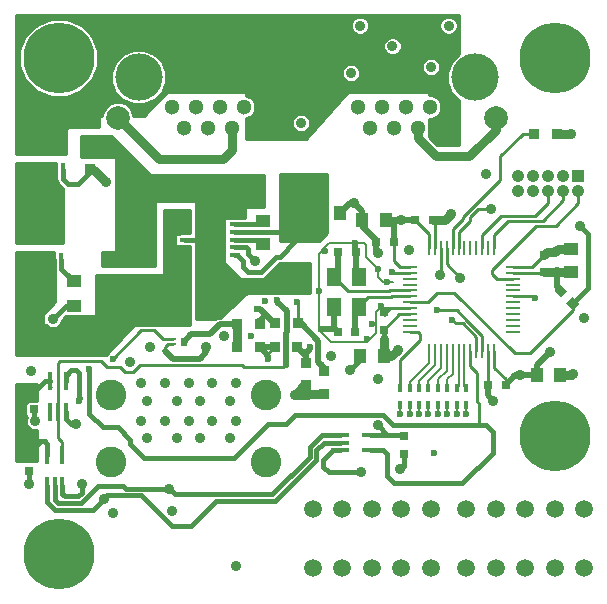
<source format=gtl>
G04 #@! TF.FileFunction,Copper,L1,Top,Signal*
%FSLAX46Y46*%
G04 Gerber Fmt 4.6, Leading zero omitted, Abs format (unit mm)*
G04 Created by KiCad (PCBNEW 4.0.6-e0-6349~52~ubuntu16.10.1) date Fri May 26 15:17:48 2017*
%MOMM*%
%LPD*%
G01*
G04 APERTURE LIST*
%ADD10C,0.150000*%
%ADD11C,1.300000*%
%ADD12C,4.000000*%
%ADD13C,2.000000*%
%ADD14R,1.000000X1.600000*%
%ADD15R,1.000000X1.250000*%
%ADD16R,1.250000X1.000000*%
%ADD17R,2.500000X1.000000*%
%ADD18R,0.800000X0.750000*%
%ADD19R,1.050000X1.050000*%
%ADD20C,1.050000*%
%ADD21C,6.000000*%
%ADD22R,1.300000X1.000000*%
%ADD23R,0.405000X1.300000*%
%ADD24R,2.235000X1.725000*%
%ADD25R,1.300000X0.250000*%
%ADD26R,0.250000X1.300000*%
%ADD27R,0.890000X0.420000*%
%ADD28R,0.825000X0.712500*%
%ADD29R,0.400000X1.500000*%
%ADD30C,0.900000*%
%ADD31C,2.600000*%
%ADD32C,1.500000*%
%ADD33R,0.430000X0.760000*%
%ADD34R,0.750000X0.800000*%
%ADD35R,1.300000X1.600000*%
%ADD36R,1.600000X3.500000*%
%ADD37R,1.500000X0.400000*%
%ADD38R,0.600000X0.250000*%
%ADD39R,0.600000X0.700000*%
%ADD40R,0.900000X0.900000*%
%ADD41C,0.889000*%
%ADD42C,0.600000*%
%ADD43C,0.400000*%
%ADD44C,0.254000*%
%ADD45C,0.762000*%
%ADD46C,0.508000*%
%ADD47C,0.200000*%
G04 APERTURE END LIST*
D10*
D11*
X29325000Y-8140000D03*
X35415000Y-8140000D03*
X31355000Y-8140000D03*
X33385000Y-8140000D03*
X30345000Y-9920000D03*
X32375000Y-9920000D03*
X34405000Y-9920000D03*
X36435000Y-9920000D03*
D12*
X10775000Y-5600000D03*
D13*
X41000000Y-9030000D03*
D11*
X20685000Y-9920000D03*
X18655000Y-9920000D03*
X16625000Y-9920000D03*
X14595000Y-9920000D03*
X17635000Y-8140000D03*
X15605000Y-8140000D03*
X19665000Y-8140000D03*
X13575000Y-8140000D03*
D12*
X39225000Y-5600000D03*
D13*
X9000000Y-9030000D03*
D14*
X13750000Y-25425000D03*
X16750000Y-25425000D03*
D15*
X14750000Y-23150000D03*
X16750000Y-23150000D03*
D16*
X21250000Y-19750000D03*
X21250000Y-17750000D03*
D17*
X24000000Y-22000000D03*
X24000000Y-19000000D03*
D15*
X25800000Y-17100000D03*
X27800000Y-17100000D03*
D16*
X47350000Y-20150000D03*
X47350000Y-22150000D03*
D15*
X31700000Y-17700000D03*
X29700000Y-17700000D03*
X31500000Y-29250000D03*
X29500000Y-29250000D03*
X44450000Y-30850000D03*
X46450000Y-30850000D03*
D18*
X27600000Y-27150000D03*
X29100000Y-27150000D03*
X29150000Y-20400000D03*
X27650000Y-20400000D03*
D19*
X48000000Y-14000000D03*
D20*
X46730000Y-14000000D03*
X45460000Y-14000000D03*
X44190000Y-14000000D03*
X42920000Y-14000000D03*
X46730000Y-15270000D03*
X45460000Y-15270000D03*
X44190000Y-15270000D03*
X42920000Y-15270000D03*
X48000000Y-15270000D03*
D21*
X46000000Y-4000000D03*
X46000000Y-36000000D03*
X4000000Y-4000000D03*
X4000000Y-46000000D03*
D22*
X5250000Y-24975000D03*
X5250000Y-22875000D03*
D23*
X4325000Y-10025000D03*
X3675000Y-10025000D03*
X3025000Y-10025000D03*
X2375000Y-10025000D03*
X2375000Y-13510000D03*
X3025000Y-13510000D03*
X3675000Y-13510000D03*
X4325000Y-13510000D03*
D24*
X3350000Y-11375000D03*
D23*
X4225000Y-17575000D03*
X3575000Y-17575000D03*
X2925000Y-17575000D03*
X2275000Y-17575000D03*
X2275000Y-21060000D03*
X2925000Y-21060000D03*
X3575000Y-21060000D03*
X4225000Y-21060000D03*
D24*
X3250000Y-18925000D03*
D25*
X33750000Y-21675000D03*
X33750000Y-22175000D03*
X33750000Y-22675000D03*
X33750000Y-23175000D03*
X33750000Y-23675000D03*
X33750000Y-24175000D03*
X33750000Y-24675000D03*
X33750000Y-25175000D03*
X33750000Y-25675000D03*
X33750000Y-26175000D03*
X33750000Y-26675000D03*
X33750000Y-27175000D03*
D26*
X35350000Y-28775000D03*
X35850000Y-28775000D03*
X36350000Y-28775000D03*
X36850000Y-28775000D03*
X37350000Y-28775000D03*
X37850000Y-28775000D03*
X38350000Y-28775000D03*
X38850000Y-28775000D03*
X39350000Y-28775000D03*
X39850000Y-28775000D03*
X40350000Y-28775000D03*
X40850000Y-28775000D03*
D25*
X42450000Y-27175000D03*
X42450000Y-26675000D03*
X42450000Y-26175000D03*
X42450000Y-25675000D03*
X42450000Y-25175000D03*
X42450000Y-24675000D03*
X42450000Y-24175000D03*
X42450000Y-23675000D03*
X42450000Y-23175000D03*
X42450000Y-22675000D03*
X42450000Y-22175000D03*
X42450000Y-21675000D03*
D26*
X40850000Y-20075000D03*
X40350000Y-20075000D03*
X39850000Y-20075000D03*
X39350000Y-20075000D03*
X38850000Y-20075000D03*
X38350000Y-20075000D03*
X37850000Y-20075000D03*
X37350000Y-20075000D03*
X36850000Y-20075000D03*
X36350000Y-20075000D03*
X35850000Y-20075000D03*
X35350000Y-20075000D03*
D27*
X14720000Y-17425000D03*
X14720000Y-18075000D03*
X14720000Y-18725000D03*
X14720000Y-19375000D03*
X14720000Y-20025000D03*
X14720000Y-20675000D03*
X18930000Y-20675000D03*
X18930000Y-20025000D03*
X18930000Y-19375000D03*
X18930000Y-18725000D03*
X18930000Y-18075000D03*
X18930000Y-17425000D03*
D28*
X17237500Y-20118750D03*
X17237500Y-19406250D03*
X17237500Y-18693750D03*
X17237500Y-17981250D03*
X16412500Y-20118750D03*
X16412500Y-19406250D03*
X16412500Y-18693750D03*
X16412500Y-17981250D03*
D29*
X3000000Y-40230000D03*
X3650000Y-40230000D03*
X4300000Y-40230000D03*
X4300000Y-37570000D03*
X3000000Y-37570000D03*
D30*
X19000000Y-31500000D03*
X17000000Y-31500000D03*
X15000000Y-31500000D03*
X13000000Y-31500000D03*
X18500000Y-33000000D03*
X16000000Y-33000000D03*
X14000000Y-33000000D03*
X11000000Y-31500000D03*
X11500000Y-33000000D03*
X19000000Y-34700000D03*
X17000000Y-34700000D03*
X15000000Y-34700000D03*
X13000000Y-34700000D03*
X11000000Y-34700000D03*
X18500000Y-36200000D03*
X16000000Y-36200000D03*
X14000000Y-36200000D03*
D31*
X21570000Y-32520000D03*
X8430000Y-32520000D03*
X8430000Y-38200000D03*
D30*
X11500000Y-36200000D03*
D31*
X21570000Y-38200000D03*
D32*
X41000000Y-47200000D03*
X38500000Y-47200000D03*
X38500000Y-42200000D03*
X41000000Y-42200000D03*
X48500000Y-42200000D03*
X48500000Y-47200000D03*
X46000000Y-47200000D03*
X46000000Y-42200000D03*
X43500000Y-47200000D03*
X43500000Y-42200000D03*
X28000000Y-47200000D03*
X25500000Y-47200000D03*
X25500000Y-42200000D03*
X28000000Y-42200000D03*
X35500000Y-42200000D03*
X35500000Y-47200000D03*
X33000000Y-47200000D03*
X33000000Y-42200000D03*
X30500000Y-47200000D03*
X30500000Y-42200000D03*
D33*
X36100000Y-31890000D03*
X36100000Y-33410000D03*
X35300000Y-31890000D03*
X35300000Y-33410000D03*
X36900000Y-31890000D03*
X34500000Y-31890000D03*
X34500000Y-33410000D03*
X36900000Y-33410000D03*
X33700000Y-31890000D03*
X32900000Y-31890000D03*
X38500000Y-31890000D03*
X37700000Y-31890000D03*
X37700000Y-33410000D03*
X38500000Y-33410000D03*
X32900000Y-33410000D03*
X33700000Y-33410000D03*
D34*
X45050000Y-20650000D03*
X45050000Y-22150000D03*
D18*
X32400000Y-19550000D03*
X30900000Y-19550000D03*
X41850000Y-31650000D03*
X40350000Y-31650000D03*
D34*
X31500000Y-27000000D03*
X31500000Y-25500000D03*
D18*
X34150000Y-17700000D03*
X35650000Y-17700000D03*
D10*
G36*
X48078338Y-24798008D02*
X47548008Y-25328338D01*
X46982322Y-24762652D01*
X47512652Y-24232322D01*
X48078338Y-24798008D01*
X48078338Y-24798008D01*
G37*
G36*
X47017678Y-23737348D02*
X46487348Y-24267678D01*
X45921662Y-23701992D01*
X46451992Y-23171662D01*
X47017678Y-23737348D01*
X47017678Y-23737348D01*
G37*
D35*
X29400000Y-25050000D03*
X29400000Y-22550000D03*
X27300000Y-22550000D03*
X27300000Y-25050000D03*
D36*
X9825000Y-24075000D03*
X9825000Y-18675000D03*
D34*
X1450000Y-39000000D03*
X1450000Y-37500000D03*
X1880000Y-32250000D03*
X1880000Y-33750000D03*
D37*
X27770000Y-35900000D03*
X27770000Y-36550000D03*
X27770000Y-37200000D03*
X30430000Y-37200000D03*
X30430000Y-35900000D03*
D34*
X33200000Y-37500000D03*
X33200000Y-36000000D03*
D38*
X13700000Y-27775000D03*
X13700000Y-28225000D03*
D39*
X14600000Y-28000000D03*
D29*
X3280000Y-33970000D03*
X3930000Y-33970000D03*
X4580000Y-33970000D03*
X4580000Y-31310000D03*
X3280000Y-31310000D03*
D40*
X26450000Y-32400000D03*
X26450000Y-30500000D03*
X24250000Y-26425000D03*
X22350000Y-26425000D03*
X24900000Y-31700000D03*
X24900000Y-29800000D03*
X21000000Y-26550000D03*
X19100000Y-26550000D03*
X24200000Y-28500000D03*
X22300000Y-28500000D03*
X21000000Y-28500000D03*
X19100000Y-28500000D03*
X46175000Y-10400000D03*
X44275000Y-10400000D03*
X6675000Y-11475000D03*
X6675000Y-13375000D03*
D41*
X24500000Y-9500000D03*
X35500000Y-4750000D03*
X28750000Y-5250000D03*
X48100000Y-18200000D03*
D42*
X37300000Y-26150000D03*
X36000000Y-25350000D03*
D41*
X3500000Y-26100000D03*
X36300000Y-22400000D03*
X38000000Y-22600000D03*
X20250000Y-1250000D03*
X20250000Y-3250000D03*
X20250000Y-5000000D03*
X23000000Y-5000000D03*
X40600000Y-16800000D03*
X3750000Y-27650000D03*
X37000000Y-1250000D03*
X32250000Y-3000000D03*
X29500000Y-1250000D03*
X2000000Y-34750000D03*
X5500000Y-35000000D03*
D42*
X31250000Y-25000000D03*
D41*
X48500000Y-26000000D03*
X47500000Y-30750000D03*
D42*
X21500000Y-24600000D03*
D41*
X37200000Y-17200000D03*
X47400000Y-10400000D03*
X33650000Y-20250000D03*
X21800000Y-22900000D03*
X20750000Y-14500000D03*
X12000000Y-14500000D03*
X20750000Y-16000000D03*
X9500000Y-16000000D03*
X8250000Y-11500000D03*
X11750000Y-16000000D03*
X24000000Y-32500000D03*
X29550000Y-39050000D03*
X32900000Y-38800000D03*
X19000000Y-47000000D03*
X28700000Y-30400000D03*
X31000000Y-31200000D03*
X40150000Y-13850000D03*
X31000000Y-20500000D03*
D42*
X29100000Y-19650000D03*
X20250000Y-27500000D03*
D41*
X17750000Y-25250000D03*
X1450000Y-40050000D03*
X5950000Y-40050000D03*
X8600000Y-42550000D03*
X1650000Y-30450000D03*
X8700000Y-21000000D03*
X46150000Y-22150000D03*
X29000000Y-16250000D03*
X11750000Y-28500000D03*
X16000000Y-15750000D03*
X19250000Y-16250000D03*
X16750000Y-21500000D03*
X24500000Y-23250000D03*
X16412500Y-17981250D03*
X16400000Y-19000000D03*
X17250000Y-19000000D03*
X16412500Y-20118750D03*
X17237500Y-20118750D03*
X17237500Y-17981250D03*
X11475000Y-18675000D03*
X11175000Y-20925000D03*
X40800000Y-33000000D03*
D42*
X26200000Y-26900000D03*
X30100000Y-27800000D03*
X30500000Y-26550000D03*
X31050000Y-21850000D03*
X31800000Y-22950000D03*
X35750000Y-37450000D03*
X26000000Y-23750000D03*
X26500000Y-20350000D03*
D41*
X24600000Y-16500000D03*
X24000000Y-14750000D03*
X23500000Y-17750000D03*
X32700000Y-28700000D03*
X27050000Y-29250000D03*
X25800000Y-15200000D03*
X10000000Y-29750000D03*
X31000000Y-35100000D03*
X16500000Y-28500000D03*
X17950000Y-27550000D03*
X13600000Y-42350000D03*
X1450000Y-36500000D03*
X43050000Y-30850000D03*
X33000000Y-17700000D03*
X45550000Y-28850000D03*
X46050000Y-20400000D03*
X8000000Y-14475000D03*
X1250000Y-17500000D03*
X1250000Y-16250000D03*
X1250000Y-14750000D03*
D42*
X32200000Y-22100000D03*
D41*
X20600000Y-21200000D03*
D42*
X37700000Y-34100000D03*
X38500000Y-34100000D03*
X35300000Y-34100000D03*
X36100000Y-34100000D03*
X34500000Y-34100000D03*
X36900000Y-34100000D03*
X32900000Y-34100000D03*
X33700000Y-34100000D03*
X24150000Y-24650000D03*
X20750000Y-25250000D03*
X25250000Y-28500000D03*
X21750000Y-29500000D03*
X22500000Y-24500000D03*
X23250000Y-30000000D03*
D41*
X7800000Y-41350000D03*
X13350000Y-40450000D03*
D42*
X44300000Y-24350000D03*
X5750000Y-33000000D03*
X8600000Y-29450000D03*
X6600000Y-30350000D03*
D43*
X47530330Y-24780330D02*
X47530330Y-24769670D01*
X47530330Y-24769670D02*
X48800000Y-23500000D01*
X48800000Y-18900000D02*
X48100000Y-18200000D01*
X48800000Y-23500000D02*
X48800000Y-18900000D01*
D44*
X33750000Y-24675000D02*
X35225000Y-24675000D01*
X47530330Y-25369670D02*
X47530330Y-24780330D01*
X43900000Y-29000000D02*
X47530330Y-25369670D01*
X42600000Y-29000000D02*
X43900000Y-29000000D01*
X37500000Y-23900000D02*
X42600000Y-29000000D01*
X36000000Y-23900000D02*
X37500000Y-23900000D01*
X35225000Y-24675000D02*
X36000000Y-23900000D01*
X39350000Y-27613772D02*
X39350000Y-28775000D01*
X37300000Y-26150000D02*
X37606886Y-26456886D01*
X37606886Y-26456886D02*
X38193114Y-26456886D01*
X38193114Y-26456886D02*
X39350000Y-27613772D01*
X36000000Y-25350000D02*
X37700000Y-25350000D01*
X37700000Y-25350000D02*
X38600000Y-26250000D01*
X39850000Y-28775000D02*
X39850000Y-27500000D01*
X39850000Y-27500000D02*
X38600000Y-26250000D01*
X40850000Y-20075000D02*
X40850000Y-19000000D01*
X46730000Y-16020000D02*
X46730000Y-15270000D01*
X44965998Y-17784002D02*
X46730000Y-16020000D01*
X42065998Y-17784002D02*
X44965998Y-17784002D01*
X40850000Y-19000000D02*
X42065998Y-17784002D01*
X48000000Y-15270000D02*
X48000000Y-16300000D01*
X41075000Y-22675000D02*
X42450000Y-22675000D01*
X40700000Y-22300000D02*
X41075000Y-22675000D01*
X40700000Y-21900000D02*
X40700000Y-22300000D01*
X44381996Y-18218004D02*
X40700000Y-21900000D01*
X46081996Y-18218004D02*
X44381996Y-18218004D01*
X48000000Y-16300000D02*
X46081996Y-18218004D01*
X45460000Y-15270000D02*
X45460000Y-16240000D01*
X39850000Y-18950000D02*
X39850000Y-20075000D01*
X41450000Y-17350000D02*
X39850000Y-18950000D01*
X44350000Y-17350000D02*
X41450000Y-17350000D01*
X45460000Y-16240000D02*
X44350000Y-17350000D01*
D43*
X3500000Y-26100000D02*
X4625000Y-24975000D01*
X4625000Y-24975000D02*
X5250000Y-24975000D01*
D44*
X36350000Y-20075000D02*
X36350000Y-22350000D01*
X36350000Y-22350000D02*
X36300000Y-22400000D01*
X36850000Y-20075000D02*
X36850000Y-21450000D01*
X36850000Y-21450000D02*
X38000000Y-22600000D01*
D45*
X34405000Y-9920000D02*
X34405000Y-10755000D01*
X41000000Y-10050000D02*
X41000000Y-9030000D01*
X38750000Y-12300000D02*
X41000000Y-10050000D01*
X35950000Y-12300000D02*
X38750000Y-12300000D01*
X34405000Y-10755000D02*
X35950000Y-12300000D01*
X18655000Y-9920000D02*
X18655000Y-11795000D01*
X12520000Y-12550000D02*
X9000000Y-9030000D01*
X17900000Y-12550000D02*
X12520000Y-12550000D01*
X18655000Y-11795000D02*
X17900000Y-12550000D01*
X20250000Y-1250000D02*
X20250000Y-3250000D01*
X20250000Y-5000000D02*
X23000000Y-5000000D01*
D44*
X37850000Y-18750000D02*
X37850000Y-20075000D01*
X38850000Y-17750000D02*
X37850000Y-18750000D01*
X38850000Y-17450000D02*
X38850000Y-17750000D01*
X39500000Y-16800000D02*
X38850000Y-17450000D01*
X40600000Y-16800000D02*
X39500000Y-16800000D01*
D43*
X4800000Y-26225000D02*
X4800000Y-26300000D01*
X3575000Y-24575000D02*
X3575000Y-21060000D01*
X2600000Y-25550000D02*
X3575000Y-24575000D01*
X2600000Y-26850000D02*
X2600000Y-25550000D01*
X2775000Y-27025000D02*
X2600000Y-26850000D01*
X4075000Y-27025000D02*
X2775000Y-27025000D01*
X4800000Y-26300000D02*
X4075000Y-27025000D01*
X4800000Y-26225000D02*
X9125000Y-26225000D01*
X9125000Y-26225000D02*
X9825000Y-25525000D01*
D46*
X9825000Y-25525000D02*
X9825000Y-24075000D01*
D43*
X1880000Y-33750000D02*
X1880000Y-34630000D01*
X1880000Y-34630000D02*
X2000000Y-34750000D01*
X4580000Y-33970000D02*
X4580000Y-34580000D01*
X4580000Y-34580000D02*
X5000000Y-35000000D01*
X5000000Y-35000000D02*
X5500000Y-35000000D01*
D44*
X4580000Y-34580000D02*
X5000000Y-35000000D01*
X5000000Y-35000000D02*
X5500000Y-35000000D01*
D47*
X31300000Y-25050000D02*
X31250000Y-25000000D01*
X31300000Y-25175000D02*
X31300000Y-25050000D01*
D45*
X47400000Y-30850000D02*
X46450000Y-30850000D01*
X47500000Y-30750000D02*
X47400000Y-30850000D01*
X37200000Y-17200000D02*
X36700000Y-17700000D01*
X36700000Y-17700000D02*
X35650000Y-17700000D01*
X46175000Y-10400000D02*
X47400000Y-10400000D01*
D47*
X8225000Y-11475000D02*
X8250000Y-11500000D01*
X8225000Y-11475000D02*
X6675000Y-11475000D01*
D45*
X24000000Y-32500000D02*
X25100000Y-32500000D01*
X24800000Y-31700000D02*
X24000000Y-32500000D01*
X25100000Y-32500000D02*
X25200000Y-32400000D01*
X24900000Y-31700000D02*
X24900000Y-32100000D01*
X24900000Y-32100000D02*
X25200000Y-32400000D01*
X25200000Y-32400000D02*
X26450000Y-32400000D01*
D43*
X27770000Y-37200000D02*
X27200000Y-37200000D01*
X27200000Y-37200000D02*
X26400000Y-38000000D01*
X26400000Y-38000000D02*
X26400000Y-38600000D01*
X26400000Y-38600000D02*
X26850000Y-39050000D01*
X26850000Y-39050000D02*
X29550000Y-39050000D01*
X33200000Y-37500000D02*
X33200000Y-38500000D01*
X33200000Y-38500000D02*
X32900000Y-38800000D01*
X29500000Y-29250000D02*
X29500000Y-29600000D01*
X29500000Y-29600000D02*
X28700000Y-30400000D01*
D45*
X24900000Y-31700000D02*
X24800000Y-31700000D01*
D46*
X30900000Y-20400000D02*
X31000000Y-20500000D01*
X30900000Y-20400000D02*
X30900000Y-19550000D01*
D44*
X17575000Y-25425000D02*
X17750000Y-25250000D01*
X17575000Y-25425000D02*
X16750000Y-25425000D01*
D43*
X1450000Y-39000000D02*
X1450000Y-40050000D01*
X4300000Y-40230000D02*
X4300000Y-40889996D01*
X4300000Y-40889996D02*
X4500000Y-41089996D01*
X4500000Y-41089996D02*
X5639758Y-41089996D01*
X5639758Y-41089996D02*
X5950000Y-40779754D01*
X5950000Y-40779754D02*
X5950000Y-40050000D01*
D46*
X46150000Y-22150000D02*
X46150000Y-23400000D01*
X46150000Y-23400000D02*
X46469670Y-23719670D01*
X29000000Y-16250000D02*
X28650000Y-16250000D01*
X29700000Y-16950000D02*
X29000000Y-16250000D01*
X29700000Y-18200000D02*
X29700000Y-16950000D01*
X28650000Y-16250000D02*
X27800000Y-17100000D01*
X30900000Y-19550000D02*
X30900000Y-19400000D01*
X30900000Y-19400000D02*
X29700000Y-18200000D01*
D43*
X17237500Y-17981250D02*
X17237500Y-17012500D01*
X16412500Y-16162500D02*
X16412500Y-17981250D01*
X16000000Y-15750000D02*
X16412500Y-16162500D01*
X18000000Y-16250000D02*
X19250000Y-16250000D01*
X17237500Y-17012500D02*
X18000000Y-16250000D01*
X24000000Y-22000000D02*
X24000000Y-22750000D01*
X16412500Y-21162500D02*
X16412500Y-20118750D01*
X16750000Y-21500000D02*
X16412500Y-21162500D01*
X24000000Y-22750000D02*
X24500000Y-23250000D01*
X16400000Y-19000000D02*
X16412500Y-18987500D01*
X16412500Y-18987500D02*
X16412500Y-18693750D01*
X17250000Y-19000000D02*
X17237500Y-18987500D01*
X17237500Y-18987500D02*
X17237500Y-18693750D01*
X18930000Y-17425000D02*
X17793750Y-17425000D01*
X17793750Y-17425000D02*
X17237500Y-17981250D01*
X14720000Y-19375000D02*
X16381250Y-19375000D01*
X16381250Y-19375000D02*
X16412500Y-19406250D01*
D45*
X9825000Y-18675000D02*
X11475000Y-18675000D01*
X9825000Y-18675000D02*
X9825000Y-19575000D01*
X9825000Y-19575000D02*
X11175000Y-20925000D01*
D46*
X40350000Y-32550000D02*
X40350000Y-31650000D01*
X40800000Y-33000000D02*
X40350000Y-32550000D01*
D44*
X33750000Y-25175000D02*
X32075000Y-25175000D01*
X32075000Y-25175000D02*
X31500000Y-25750000D01*
D46*
X27350000Y-26900000D02*
X26200000Y-26900000D01*
D47*
X26100000Y-27000000D02*
X26200000Y-26900000D01*
X30100000Y-28050000D02*
X27050000Y-28050000D01*
X27050000Y-28050000D02*
X26000000Y-27000000D01*
X26000000Y-27000000D02*
X26000000Y-23750000D01*
X26100000Y-27000000D02*
X26000000Y-27000000D01*
D46*
X27350000Y-26900000D02*
X27600000Y-27150000D01*
X27300000Y-25050000D02*
X27300000Y-26850000D01*
X27300000Y-26850000D02*
X27600000Y-27150000D01*
X29150000Y-20400000D02*
X29150000Y-22300000D01*
X29150000Y-22300000D02*
X29400000Y-22550000D01*
X29100000Y-19650000D02*
X29100000Y-20350000D01*
X29100000Y-20350000D02*
X29150000Y-20400000D01*
D47*
X30850000Y-26550000D02*
X30500000Y-26550000D01*
X30100000Y-28050000D02*
X30100000Y-27800000D01*
X33750000Y-25175000D02*
X31300000Y-25175000D01*
X31300000Y-25175000D02*
X31175000Y-25175000D01*
X31450000Y-22950000D02*
X31800000Y-22950000D01*
X31800000Y-22950000D02*
X32300000Y-22950000D01*
X31050000Y-22550000D02*
X31450000Y-22950000D01*
X31050000Y-21850000D02*
X31050000Y-22550000D01*
X30050000Y-20850000D02*
X31050000Y-21850000D01*
X30050000Y-19850000D02*
X30050000Y-20850000D01*
X29850000Y-19650000D02*
X30050000Y-19850000D01*
X26900000Y-19650000D02*
X29100000Y-19650000D01*
X29100000Y-19650000D02*
X29850000Y-19650000D01*
X30850000Y-27300000D02*
X30100000Y-28050000D01*
X30850000Y-25500000D02*
X30850000Y-26550000D01*
X30850000Y-26550000D02*
X30850000Y-27300000D01*
X31175000Y-25175000D02*
X30850000Y-25500000D01*
D46*
X35650000Y-17700000D02*
X35900000Y-17700000D01*
D44*
X35850000Y-20075000D02*
X35850000Y-17900000D01*
X35850000Y-17900000D02*
X35650000Y-17700000D01*
X40350000Y-28775000D02*
X40350000Y-31650000D01*
X42450000Y-22175000D02*
X45025000Y-22175000D01*
X45025000Y-22175000D02*
X45050000Y-22150000D01*
D45*
X45050000Y-22150000D02*
X46150000Y-22150000D01*
X46150000Y-22150000D02*
X47350000Y-22150000D01*
D47*
X26475000Y-20075000D02*
X26900000Y-19650000D01*
X26475000Y-20075000D02*
X26475000Y-20325000D01*
X26475000Y-20325000D02*
X26500000Y-20350000D01*
X26000000Y-23750000D02*
X26000000Y-20550000D01*
X26000000Y-20550000D02*
X26475000Y-20075000D01*
D44*
X18700000Y-36000000D02*
X18500000Y-36200000D01*
D43*
X3280000Y-31310000D02*
X2820000Y-31310000D01*
X2820000Y-31310000D02*
X1880000Y-32250000D01*
D45*
X24600000Y-16500000D02*
X24600000Y-15350000D01*
X24600000Y-15350000D02*
X24000000Y-14750000D01*
X31500000Y-29250000D02*
X32150000Y-29250000D01*
X32150000Y-29250000D02*
X32700000Y-28700000D01*
D43*
X31500000Y-27000000D02*
X31500000Y-27800000D01*
D45*
X31500000Y-29250000D02*
X31500000Y-27800000D01*
D44*
X25800000Y-15200000D02*
X25800000Y-17100000D01*
D43*
X32000000Y-35900000D02*
X31800000Y-35900000D01*
X31800000Y-35900000D02*
X31000000Y-35100000D01*
X30430000Y-35900000D02*
X32000000Y-35900000D01*
X32000000Y-35900000D02*
X33100000Y-35900000D01*
X33100000Y-35900000D02*
X33200000Y-36000000D01*
X3000000Y-37570000D02*
X3000000Y-36700000D01*
X2500000Y-36450000D02*
X1450000Y-37500000D01*
X2750000Y-36450000D02*
X2500000Y-36450000D01*
X3000000Y-36700000D02*
X2750000Y-36450000D01*
D44*
X3000000Y-37570000D02*
X3000000Y-36477544D01*
X2150000Y-36450000D02*
X2150000Y-36750000D01*
X2300000Y-36300000D02*
X2150000Y-36450000D01*
X2822456Y-36300000D02*
X2300000Y-36300000D01*
X3000000Y-36477544D02*
X2822456Y-36300000D01*
D46*
X16500000Y-28500000D02*
X16500000Y-28900000D01*
D44*
X13225000Y-28225000D02*
X13000000Y-28450000D01*
X13000000Y-28450000D02*
X13000000Y-28800000D01*
X13225000Y-28225000D02*
X13700000Y-28225000D01*
D46*
X13650000Y-29450000D02*
X13000000Y-28800000D01*
X15950000Y-29450000D02*
X13650000Y-29450000D01*
X16500000Y-28900000D02*
X15950000Y-29450000D01*
D44*
X3000000Y-37570000D02*
X3000000Y-36950000D01*
X2150000Y-36750000D02*
X1450000Y-37450000D01*
X1450000Y-37450000D02*
X1450000Y-37500000D01*
X1520000Y-37570000D02*
X1450000Y-37500000D01*
X1450000Y-37500000D02*
X1450000Y-36500000D01*
D43*
X18930000Y-20675000D02*
X19075000Y-20675000D01*
X19075000Y-20675000D02*
X19600000Y-21200000D01*
X19600000Y-21200000D02*
X19600000Y-21700000D01*
X19600000Y-21700000D02*
X20000000Y-22100000D01*
X20000000Y-22100000D02*
X21100000Y-22100000D01*
X21100000Y-22100000D02*
X22400000Y-20800000D01*
X22400000Y-20800000D02*
X22700000Y-20800000D01*
X22700000Y-20800000D02*
X24000000Y-19500000D01*
X24000000Y-19500000D02*
X24000000Y-19000000D01*
D46*
X43050000Y-30850000D02*
X44450000Y-30850000D01*
D43*
X18930000Y-18725000D02*
X23725000Y-18725000D01*
D44*
X33750000Y-25675000D02*
X32825000Y-25675000D01*
X32825000Y-25675000D02*
X31500000Y-27000000D01*
D46*
X31700000Y-17700000D02*
X32100000Y-17700000D01*
X32100000Y-17700000D02*
X32400000Y-18000000D01*
X32400000Y-18000000D02*
X32400000Y-19550000D01*
X31700000Y-17700000D02*
X33000000Y-17700000D01*
X33000000Y-17700000D02*
X34150000Y-17700000D01*
D44*
X35350000Y-20075000D02*
X35350000Y-18900000D01*
X35350000Y-18900000D02*
X34150000Y-17700000D01*
X33750000Y-21675000D02*
X32925000Y-21675000D01*
X32400000Y-21150000D02*
X32400000Y-19550000D01*
X32925000Y-21675000D02*
X32400000Y-21150000D01*
D46*
X44450000Y-30850000D02*
X44450000Y-29950000D01*
X44450000Y-29950000D02*
X45550000Y-28850000D01*
X44450000Y-30850000D02*
X42650000Y-30850000D01*
X42650000Y-30850000D02*
X41850000Y-31650000D01*
D44*
X40850000Y-28775000D02*
X40850000Y-30200000D01*
X41850000Y-31200000D02*
X41850000Y-31650000D01*
X40850000Y-30200000D02*
X41850000Y-31200000D01*
D45*
X45300000Y-20400000D02*
X46050000Y-20400000D01*
X46300000Y-20150000D02*
X46050000Y-20400000D01*
X46300000Y-20150000D02*
X47350000Y-20150000D01*
X45300000Y-20400000D02*
X45050000Y-20650000D01*
D44*
X42450000Y-21675000D02*
X44025000Y-21675000D01*
X44025000Y-21675000D02*
X45050000Y-20650000D01*
X35350000Y-20075000D02*
X35350000Y-19650000D01*
X3207002Y-31870000D02*
X3350000Y-31870000D01*
D43*
X18930000Y-19375000D02*
X20875000Y-19375000D01*
X20875000Y-19375000D02*
X21250000Y-19750000D01*
X18930000Y-18075000D02*
X20925000Y-18075000D01*
X20925000Y-18075000D02*
X21250000Y-17750000D01*
D46*
X29100000Y-27150000D02*
X29100000Y-25350000D01*
X29100000Y-25350000D02*
X29400000Y-25050000D01*
D44*
X33750000Y-24175000D02*
X32175000Y-24175000D01*
X30200000Y-24250000D02*
X29400000Y-25050000D01*
X32100000Y-24250000D02*
X30200000Y-24250000D01*
X32175000Y-24175000D02*
X32100000Y-24250000D01*
D46*
X27650000Y-20400000D02*
X27650000Y-22200000D01*
X27650000Y-22200000D02*
X27300000Y-22550000D01*
D44*
X33750000Y-23675000D02*
X32025000Y-23675000D01*
X28500000Y-23750000D02*
X27300000Y-22550000D01*
X31950000Y-23750000D02*
X28500000Y-23750000D01*
X32025000Y-23675000D02*
X31950000Y-23750000D01*
X44275000Y-10400000D02*
X43300000Y-10400000D01*
X37350000Y-18500000D02*
X38225000Y-17625000D01*
X38225000Y-17625000D02*
X38225000Y-17461228D01*
X38225000Y-17461228D02*
X41400000Y-14286228D01*
X41400000Y-14286228D02*
X41400000Y-12300000D01*
X41400000Y-12300000D02*
X43225000Y-10475000D01*
X37350000Y-18500000D02*
X37350000Y-20075000D01*
X43300000Y-10400000D02*
X43225000Y-10475000D01*
D43*
X4325000Y-13510000D02*
X4325000Y-14225000D01*
X5650000Y-14700000D02*
X6675000Y-13675000D01*
X4800000Y-14700000D02*
X5650000Y-14700000D01*
X4325000Y-14225000D02*
X4800000Y-14700000D01*
X6675000Y-13675000D02*
X6675000Y-13475000D01*
D45*
X8000000Y-14475000D02*
X7000000Y-13475000D01*
X6675000Y-13475000D02*
X7000000Y-13475000D01*
X3250000Y-18925000D02*
X2425000Y-18925000D01*
X2425000Y-18925000D02*
X1250000Y-17750000D01*
X1250000Y-17750000D02*
X1250000Y-17500000D01*
X1250000Y-16250000D02*
X1250000Y-14750000D01*
D43*
X4225000Y-21060000D02*
X4225000Y-21850000D01*
X4225000Y-21850000D02*
X5250000Y-22875000D01*
D44*
X33750000Y-22175000D02*
X32275000Y-22175000D01*
D43*
X19825000Y-20025000D02*
X18930000Y-20025000D01*
X20000000Y-20600000D02*
X20600000Y-21200000D01*
X20000000Y-20200000D02*
X20000000Y-20600000D01*
X19825000Y-20025000D02*
X20000000Y-20200000D01*
D44*
X32275000Y-22175000D02*
X32200000Y-22100000D01*
X33750000Y-27175000D02*
X34425000Y-27175000D01*
X34425000Y-27175000D02*
X34600000Y-27350000D01*
X32900000Y-29600000D02*
X32900000Y-31890000D01*
X34600000Y-27900000D02*
X32900000Y-29600000D01*
X34600000Y-27350000D02*
X34600000Y-27900000D01*
D47*
X35350000Y-28775000D02*
X35350000Y-29800000D01*
X33700000Y-31450000D02*
X33700000Y-31890000D01*
X35350000Y-29800000D02*
X33700000Y-31450000D01*
X36850000Y-28775000D02*
X36850000Y-30450000D01*
X36100000Y-31200000D02*
X36100000Y-31890000D01*
X36850000Y-30450000D02*
X36100000Y-31200000D01*
X36350000Y-28775000D02*
X36350000Y-30275000D01*
X35300000Y-31325000D02*
X35300000Y-31890000D01*
X36350000Y-30275000D02*
X35300000Y-31325000D01*
X35850000Y-28775000D02*
X35850000Y-30000000D01*
X34500000Y-31350000D02*
X34500000Y-31890000D01*
X35850000Y-30000000D02*
X34500000Y-31350000D01*
X37850000Y-28775000D02*
X37850000Y-31740000D01*
X37850000Y-31740000D02*
X37700000Y-31890000D01*
X37700000Y-34100000D02*
X37700000Y-33410000D01*
X38500000Y-34100000D02*
X38500000Y-33410000D01*
X37350000Y-28775000D02*
X37350000Y-30750000D01*
X36900000Y-31200000D02*
X36900000Y-31890000D01*
X37350000Y-30750000D02*
X36900000Y-31200000D01*
X38350000Y-28775000D02*
X38350000Y-31740000D01*
X38350000Y-31740000D02*
X38500000Y-31890000D01*
X35300000Y-33410000D02*
X35300000Y-34100000D01*
X36100000Y-33410000D02*
X36100000Y-34100000D01*
X34500000Y-33410000D02*
X34500000Y-34100000D01*
X36900000Y-33410000D02*
X36900000Y-34100000D01*
X32900000Y-33410000D02*
X32900000Y-34100000D01*
X33700000Y-33410000D02*
X33700000Y-34100000D01*
D46*
X26450000Y-30500000D02*
X26450000Y-30200000D01*
X26450000Y-30200000D02*
X25987500Y-29737500D01*
X25987500Y-27912500D02*
X25987500Y-29737500D01*
X25987500Y-29737500D02*
X26250000Y-30000000D01*
D44*
X24250000Y-26425000D02*
X24250000Y-24750000D01*
X24250000Y-24750000D02*
X24150000Y-24650000D01*
D46*
X24350000Y-26425000D02*
X24500000Y-26425000D01*
X24500000Y-26425000D02*
X25987500Y-27912500D01*
X20900000Y-26425000D02*
X20900000Y-26350000D01*
X20900000Y-26350000D02*
X21537500Y-25712500D01*
X20750000Y-25250000D02*
X21075000Y-25250000D01*
X21075000Y-25250000D02*
X21537500Y-25712500D01*
X21537500Y-25712500D02*
X22250000Y-26425000D01*
X25250000Y-28500000D02*
X25250000Y-28650000D01*
X24800000Y-29100000D02*
X24900000Y-29100000D01*
X25250000Y-28650000D02*
X24800000Y-29100000D01*
X24900000Y-29800000D02*
X24900000Y-29100000D01*
X24900000Y-29100000D02*
X24900000Y-29200000D01*
X24900000Y-29200000D02*
X24200000Y-28500000D01*
D44*
X25000000Y-28750000D02*
X24550000Y-28750000D01*
X25250000Y-28500000D02*
X25000000Y-28750000D01*
X24550000Y-28750000D02*
X24300000Y-28500000D01*
D46*
X21750000Y-29500000D02*
X21750000Y-29200000D01*
X21750000Y-29200000D02*
X21050000Y-28500000D01*
X22200000Y-28500000D02*
X21050000Y-28500000D01*
D44*
X21750000Y-29500000D02*
X21750000Y-29000000D01*
X21750000Y-29000000D02*
X22200000Y-28550000D01*
X22200000Y-28550000D02*
X22200000Y-28500000D01*
X4300000Y-29650000D02*
X4100000Y-29650000D01*
X10200000Y-30550000D02*
X9600000Y-30550000D01*
X8100000Y-30150000D02*
X7600000Y-29650000D01*
X9200000Y-30150000D02*
X8100000Y-30150000D01*
X9600000Y-30550000D02*
X9200000Y-30150000D01*
X7600000Y-29650000D02*
X4300000Y-29650000D01*
X10300000Y-30550000D02*
X10200000Y-30550000D01*
X10838998Y-30011002D02*
X10300000Y-30550000D01*
X16238998Y-30011002D02*
X10838998Y-30011002D01*
X16300000Y-29950000D02*
X16238998Y-30011002D01*
X23250000Y-30000000D02*
X23150000Y-30000000D01*
X19500000Y-29950000D02*
X16300000Y-29950000D01*
X19700000Y-30150000D02*
X19500000Y-29950000D01*
X23000000Y-30150000D02*
X19700000Y-30150000D01*
X23150000Y-30000000D02*
X23000000Y-30150000D01*
X3930000Y-30070000D02*
X3930000Y-33970000D01*
X3930000Y-29820000D02*
X3930000Y-30070000D01*
X4100000Y-29650000D02*
X3930000Y-29820000D01*
X4300000Y-37570000D02*
X4300000Y-36510000D01*
X4300000Y-36510000D02*
X3930000Y-36140000D01*
X3930000Y-36140000D02*
X3930000Y-33970000D01*
D46*
X23250000Y-30000000D02*
X23250000Y-27250000D01*
X22500000Y-24650000D02*
X23300000Y-25450000D01*
X22500000Y-24500000D02*
X22500000Y-24650000D01*
X23300000Y-27200000D02*
X23300000Y-25450000D01*
X23250000Y-27250000D02*
X23300000Y-27200000D01*
D43*
X19250000Y-41500000D02*
X22320246Y-41500000D01*
X25819998Y-38000248D02*
X25819998Y-37180002D01*
X22320246Y-41500000D02*
X25819998Y-38000248D01*
X19250000Y-41500000D02*
X17350000Y-41500000D01*
X8119998Y-41030002D02*
X7800000Y-41350000D01*
X11000000Y-41030002D02*
X8119998Y-41030002D01*
X13619998Y-43650000D02*
X11000000Y-41030002D01*
X15200000Y-43650000D02*
X13619998Y-43650000D01*
X17350000Y-41500000D02*
X15200000Y-43650000D01*
X27770000Y-36550000D02*
X26450000Y-36550000D01*
X26450000Y-36550000D02*
X25819998Y-37180002D01*
X3000000Y-40230000D02*
X3000000Y-41550000D01*
X3000000Y-41550000D02*
X3700000Y-42250000D01*
X3700000Y-42250000D02*
X6900000Y-42250000D01*
X6900000Y-42250000D02*
X7800000Y-41350000D01*
X19450000Y-40919998D02*
X22080002Y-40919998D01*
X25239996Y-37760004D02*
X25239996Y-36939758D01*
X22080002Y-40919998D02*
X25239996Y-37760004D01*
X27770000Y-35900000D02*
X26279754Y-35900000D01*
X13819998Y-40919998D02*
X13350000Y-40450000D01*
X19450000Y-40919998D02*
X13819998Y-40919998D01*
X26279754Y-35900000D02*
X25239996Y-36939758D01*
X3650000Y-40230000D02*
X3650000Y-41379754D01*
X9700000Y-40450000D02*
X13350000Y-40450000D01*
X9450000Y-40200000D02*
X9700000Y-40450000D01*
X7350000Y-40200000D02*
X9450000Y-40200000D01*
X5880002Y-41669998D02*
X7350000Y-40200000D01*
X3940244Y-41669998D02*
X5880002Y-41669998D01*
X3650000Y-41379754D02*
X3940244Y-41669998D01*
D44*
X42450000Y-24175000D02*
X44125000Y-24175000D01*
X44125000Y-24175000D02*
X44300000Y-24350000D01*
D43*
X5710000Y-32960000D02*
X5710000Y-32290000D01*
X5750000Y-33000000D02*
X5710000Y-32960000D01*
X4580000Y-31310000D02*
X4580000Y-30900000D01*
X4580000Y-30900000D02*
X5050000Y-30430000D01*
X5710000Y-30650000D02*
X5710000Y-32250000D01*
X5490000Y-30430000D02*
X5710000Y-30650000D01*
X5050000Y-30430000D02*
X5490000Y-30430000D01*
X5710000Y-32250000D02*
X5710000Y-32710000D01*
X5710000Y-32710000D02*
X5800000Y-32800000D01*
D44*
X11500000Y-27050000D02*
X11000000Y-27050000D01*
X11000000Y-27050000D02*
X8600000Y-29450000D01*
X12825000Y-27775000D02*
X13700000Y-27775000D01*
X12100000Y-27050000D02*
X11500000Y-27050000D01*
X12825000Y-27775000D02*
X12100000Y-27050000D01*
D46*
X19100000Y-26550000D02*
X17650000Y-26550000D01*
X15200000Y-27400000D02*
X14600000Y-28000000D01*
X16800000Y-27400000D02*
X15200000Y-27400000D01*
X17650000Y-26550000D02*
X16800000Y-27400000D01*
D45*
X19100000Y-28500000D02*
X19050000Y-28500000D01*
X19100000Y-26550000D02*
X19100000Y-28500000D01*
D43*
X10050000Y-36700000D02*
X10050000Y-36300000D01*
X6600000Y-34100000D02*
X6600000Y-33520000D01*
X7750000Y-35250000D02*
X6600000Y-34100000D01*
X9000000Y-35250000D02*
X7750000Y-35250000D01*
X10050000Y-36300000D02*
X9000000Y-35250000D01*
X6600000Y-30350000D02*
X6600000Y-33520000D01*
D44*
X38850000Y-28775000D02*
X38850000Y-30100000D01*
X39600000Y-33250000D02*
X39600000Y-35050000D01*
X39400000Y-33050000D02*
X39600000Y-33250000D01*
X39400000Y-30650000D02*
X39400000Y-33050000D01*
X38850000Y-30100000D02*
X39400000Y-30650000D01*
D43*
X10050000Y-36700000D02*
X11200000Y-37850000D01*
X11200000Y-37850000D02*
X18800000Y-37850000D01*
X18800000Y-37850000D02*
X21700000Y-34950000D01*
X21700000Y-34950000D02*
X22270000Y-34950000D01*
X22270000Y-34950000D02*
X23250000Y-34950000D01*
X40750000Y-37050000D02*
X40750000Y-35650000D01*
X40750000Y-35650000D02*
X40150000Y-35050000D01*
X40150000Y-35050000D02*
X39600000Y-35050000D01*
X39600000Y-35050000D02*
X32300000Y-35050000D01*
X32300000Y-35050000D02*
X31450000Y-34200000D01*
X31450000Y-34200000D02*
X24000000Y-34200000D01*
X24000000Y-34200000D02*
X23250000Y-34950000D01*
X30430000Y-37200000D02*
X31450000Y-37200000D01*
X40750000Y-37400000D02*
X40750000Y-37050000D01*
X38150000Y-40000000D02*
X40750000Y-37400000D01*
X32350000Y-40000000D02*
X33600000Y-40000000D01*
X33600000Y-40000000D02*
X38150000Y-40000000D01*
X31750000Y-39400000D02*
X32350000Y-40000000D01*
X31750000Y-37500000D02*
X31750000Y-39400000D01*
X31450000Y-37200000D02*
X31750000Y-37500000D01*
D44*
G36*
X15123000Y-18831594D02*
X14275000Y-18831594D01*
X14153821Y-18854395D01*
X14124908Y-18873000D01*
X14000000Y-18873000D01*
X13950590Y-18883006D01*
X13908965Y-18911447D01*
X13881685Y-18953841D01*
X13873000Y-19000000D01*
X13873000Y-19750000D01*
X13883006Y-19799410D01*
X13911447Y-19841035D01*
X13953841Y-19868315D01*
X14000000Y-19877000D01*
X14123131Y-19877000D01*
X14145286Y-19892138D01*
X14275000Y-19918406D01*
X15073000Y-19918406D01*
X15073000Y-26623000D01*
X12235737Y-26623000D01*
X12100000Y-26596000D01*
X11000000Y-26596000D01*
X10864263Y-26623000D01*
X10400000Y-26623000D01*
X10350590Y-26633006D01*
X10306537Y-26664014D01*
X8091380Y-29071793D01*
X8068765Y-29094369D01*
X8067247Y-29098025D01*
X8044270Y-29123000D01*
X377000Y-29123000D01*
X377000Y-20377000D01*
X3623000Y-20377000D01*
X3623000Y-24697394D01*
X2660197Y-25660197D01*
X2632334Y-25702211D01*
X2623000Y-25750000D01*
X2623000Y-26500000D01*
X2633006Y-26549410D01*
X2661447Y-26591035D01*
X2703841Y-26618315D01*
X2750000Y-26627000D01*
X2935965Y-26627000D01*
X3062410Y-26753665D01*
X3345866Y-26871366D01*
X3652788Y-26871634D01*
X3936449Y-26754428D01*
X4153665Y-26537590D01*
X4196753Y-26433823D01*
X4567968Y-25877000D01*
X7000000Y-25877000D01*
X7049410Y-25866994D01*
X7091035Y-25838553D01*
X7118315Y-25796159D01*
X7127000Y-25750000D01*
X7127000Y-22377000D01*
X12750000Y-22377000D01*
X12799410Y-22366994D01*
X12841035Y-22338553D01*
X12868315Y-22296159D01*
X12877000Y-22250000D01*
X12877000Y-16877000D01*
X15123000Y-16877000D01*
X15123000Y-18831594D01*
X15123000Y-18831594D01*
G37*
X15123000Y-18831594D02*
X14275000Y-18831594D01*
X14153821Y-18854395D01*
X14124908Y-18873000D01*
X14000000Y-18873000D01*
X13950590Y-18883006D01*
X13908965Y-18911447D01*
X13881685Y-18953841D01*
X13873000Y-19000000D01*
X13873000Y-19750000D01*
X13883006Y-19799410D01*
X13911447Y-19841035D01*
X13953841Y-19868315D01*
X14000000Y-19877000D01*
X14123131Y-19877000D01*
X14145286Y-19892138D01*
X14275000Y-19918406D01*
X15073000Y-19918406D01*
X15073000Y-26623000D01*
X12235737Y-26623000D01*
X12100000Y-26596000D01*
X11000000Y-26596000D01*
X10864263Y-26623000D01*
X10400000Y-26623000D01*
X10350590Y-26633006D01*
X10306537Y-26664014D01*
X8091380Y-29071793D01*
X8068765Y-29094369D01*
X8067247Y-29098025D01*
X8044270Y-29123000D01*
X377000Y-29123000D01*
X377000Y-20377000D01*
X3623000Y-20377000D01*
X3623000Y-24697394D01*
X2660197Y-25660197D01*
X2632334Y-25702211D01*
X2623000Y-25750000D01*
X2623000Y-26500000D01*
X2633006Y-26549410D01*
X2661447Y-26591035D01*
X2703841Y-26618315D01*
X2750000Y-26627000D01*
X2935965Y-26627000D01*
X3062410Y-26753665D01*
X3345866Y-26871366D01*
X3652788Y-26871634D01*
X3936449Y-26754428D01*
X4153665Y-26537590D01*
X4196753Y-26433823D01*
X4567968Y-25877000D01*
X7000000Y-25877000D01*
X7049410Y-25866994D01*
X7091035Y-25838553D01*
X7118315Y-25796159D01*
X7127000Y-25750000D01*
X7127000Y-22377000D01*
X12750000Y-22377000D01*
X12799410Y-22366994D01*
X12841035Y-22338553D01*
X12868315Y-22296159D01*
X12877000Y-22250000D01*
X12877000Y-16877000D01*
X15123000Y-16877000D01*
X15123000Y-18831594D01*
G36*
X3789094Y-14160000D02*
X3798000Y-14207332D01*
X3798000Y-14225000D01*
X3838115Y-14426675D01*
X3873000Y-14478883D01*
X3873000Y-14500000D01*
X3883006Y-14549410D01*
X3910197Y-14589803D01*
X4373000Y-15052606D01*
X4373000Y-19623000D01*
X377000Y-19623000D01*
X377000Y-12877000D01*
X3789094Y-12877000D01*
X3789094Y-14160000D01*
X3789094Y-14160000D01*
G37*
X3789094Y-14160000D02*
X3798000Y-14207332D01*
X3798000Y-14225000D01*
X3838115Y-14426675D01*
X3873000Y-14478883D01*
X3873000Y-14500000D01*
X3883006Y-14549410D01*
X3910197Y-14589803D01*
X4373000Y-15052606D01*
X4373000Y-19623000D01*
X377000Y-19623000D01*
X377000Y-12877000D01*
X3789094Y-12877000D01*
X3789094Y-14160000D01*
G36*
X37873000Y-3661635D02*
X37253415Y-4280139D01*
X36898404Y-5135100D01*
X36897597Y-6060838D01*
X37251115Y-6916418D01*
X37873000Y-7539390D01*
X37873000Y-11373000D01*
X36052606Y-11373000D01*
X35377000Y-10697394D01*
X35377000Y-10126822D01*
X35381830Y-10115190D01*
X35382170Y-9726515D01*
X35377000Y-9714003D01*
X35377000Y-9116968D01*
X35608485Y-9117170D01*
X35967703Y-8968744D01*
X36242778Y-8694149D01*
X36391830Y-8335190D01*
X36392170Y-7946515D01*
X36243744Y-7587297D01*
X35969149Y-7312222D01*
X35610190Y-7163170D01*
X35377000Y-7162966D01*
X35377000Y-7000000D01*
X35366994Y-6950590D01*
X35338553Y-6908965D01*
X35296159Y-6881685D01*
X35250000Y-6873000D01*
X28500000Y-6873000D01*
X28450590Y-6883006D01*
X28404423Y-6916370D01*
X24942372Y-10873000D01*
X19877000Y-10873000D01*
X19877000Y-9652788D01*
X23728366Y-9652788D01*
X23845572Y-9936449D01*
X24062410Y-10153665D01*
X24345866Y-10271366D01*
X24652788Y-10271634D01*
X24936449Y-10154428D01*
X25153665Y-9937590D01*
X25271366Y-9654134D01*
X25271634Y-9347212D01*
X25154428Y-9063551D01*
X24937590Y-8846335D01*
X24654134Y-8728634D01*
X24347212Y-8728366D01*
X24063551Y-8845572D01*
X23846335Y-9062410D01*
X23728634Y-9345866D01*
X23728366Y-9652788D01*
X19877000Y-9652788D01*
X19877000Y-9109520D01*
X20217703Y-8968744D01*
X20492778Y-8694149D01*
X20641830Y-8335190D01*
X20642170Y-7946515D01*
X20493744Y-7587297D01*
X20219149Y-7312222D01*
X19877000Y-7170150D01*
X19877000Y-7000000D01*
X19866994Y-6950590D01*
X19838553Y-6908965D01*
X19796159Y-6881685D01*
X19750000Y-6873000D01*
X13250000Y-6873000D01*
X13200590Y-6883006D01*
X13160197Y-6910197D01*
X11197394Y-8873000D01*
X10327137Y-8873000D01*
X10327229Y-8767202D01*
X10125631Y-8279297D01*
X9752666Y-7905681D01*
X9265115Y-7703231D01*
X8737202Y-7702771D01*
X8249297Y-7904369D01*
X7875681Y-8277334D01*
X7673231Y-8764885D01*
X7673137Y-8873000D01*
X7500000Y-8873000D01*
X7450590Y-8883006D01*
X7408965Y-8911447D01*
X7381685Y-8953841D01*
X7373000Y-9000000D01*
X7373000Y-9873000D01*
X4750000Y-9873000D01*
X4700590Y-9883006D01*
X4658965Y-9911447D01*
X4631685Y-9953841D01*
X4623000Y-10000000D01*
X4623000Y-12123000D01*
X377000Y-12123000D01*
X377000Y-4658878D01*
X672424Y-4658878D01*
X1177862Y-5882132D01*
X2112945Y-6818849D01*
X3335315Y-7326421D01*
X4658878Y-7327576D01*
X5882132Y-6822138D01*
X6644762Y-6060838D01*
X8447597Y-6060838D01*
X8801115Y-6916418D01*
X9455139Y-7571585D01*
X10310100Y-7926596D01*
X11235838Y-7927403D01*
X12091418Y-7573885D01*
X12746585Y-6919861D01*
X13101596Y-6064900D01*
X13102173Y-5402788D01*
X27978366Y-5402788D01*
X28095572Y-5686449D01*
X28312410Y-5903665D01*
X28595866Y-6021366D01*
X28902788Y-6021634D01*
X29186449Y-5904428D01*
X29403665Y-5687590D01*
X29521366Y-5404134D01*
X29521634Y-5097212D01*
X29441300Y-4902788D01*
X34728366Y-4902788D01*
X34845572Y-5186449D01*
X35062410Y-5403665D01*
X35345866Y-5521366D01*
X35652788Y-5521634D01*
X35936449Y-5404428D01*
X36153665Y-5187590D01*
X36271366Y-4904134D01*
X36271634Y-4597212D01*
X36154428Y-4313551D01*
X35937590Y-4096335D01*
X35654134Y-3978634D01*
X35347212Y-3978366D01*
X35063551Y-4095572D01*
X34846335Y-4312410D01*
X34728634Y-4595866D01*
X34728366Y-4902788D01*
X29441300Y-4902788D01*
X29404428Y-4813551D01*
X29187590Y-4596335D01*
X28904134Y-4478634D01*
X28597212Y-4478366D01*
X28313551Y-4595572D01*
X28096335Y-4812410D01*
X27978634Y-5095866D01*
X27978366Y-5402788D01*
X13102173Y-5402788D01*
X13102403Y-5139162D01*
X12748885Y-4283582D01*
X12094861Y-3628415D01*
X11239900Y-3273404D01*
X10314162Y-3272597D01*
X9458582Y-3626115D01*
X8803415Y-4280139D01*
X8448404Y-5135100D01*
X8447597Y-6060838D01*
X6644762Y-6060838D01*
X6818849Y-5887055D01*
X7326421Y-4664685D01*
X7327576Y-3341122D01*
X7249759Y-3152788D01*
X31478366Y-3152788D01*
X31595572Y-3436449D01*
X31812410Y-3653665D01*
X32095866Y-3771366D01*
X32402788Y-3771634D01*
X32686449Y-3654428D01*
X32903665Y-3437590D01*
X33021366Y-3154134D01*
X33021634Y-2847212D01*
X32904428Y-2563551D01*
X32687590Y-2346335D01*
X32404134Y-2228634D01*
X32097212Y-2228366D01*
X31813551Y-2345572D01*
X31596335Y-2562410D01*
X31478634Y-2845866D01*
X31478366Y-3152788D01*
X7249759Y-3152788D01*
X6822138Y-2117868D01*
X6108306Y-1402788D01*
X28728366Y-1402788D01*
X28845572Y-1686449D01*
X29062410Y-1903665D01*
X29345866Y-2021366D01*
X29652788Y-2021634D01*
X29936449Y-1904428D01*
X30153665Y-1687590D01*
X30271366Y-1404134D01*
X30271367Y-1402788D01*
X36228366Y-1402788D01*
X36345572Y-1686449D01*
X36562410Y-1903665D01*
X36845866Y-2021366D01*
X37152788Y-2021634D01*
X37436449Y-1904428D01*
X37653665Y-1687590D01*
X37771366Y-1404134D01*
X37771634Y-1097212D01*
X37654428Y-813551D01*
X37437590Y-596335D01*
X37154134Y-478634D01*
X36847212Y-478366D01*
X36563551Y-595572D01*
X36346335Y-812410D01*
X36228634Y-1095866D01*
X36228366Y-1402788D01*
X30271367Y-1402788D01*
X30271634Y-1097212D01*
X30154428Y-813551D01*
X29937590Y-596335D01*
X29654134Y-478634D01*
X29347212Y-478366D01*
X29063551Y-595572D01*
X28846335Y-812410D01*
X28728634Y-1095866D01*
X28728366Y-1402788D01*
X6108306Y-1402788D01*
X5887055Y-1181151D01*
X4664685Y-673579D01*
X3341122Y-672424D01*
X2117868Y-1177862D01*
X1181151Y-2112945D01*
X673579Y-3335315D01*
X672424Y-4658878D01*
X377000Y-4658878D01*
X377000Y-377000D01*
X37873000Y-377000D01*
X37873000Y-3661635D01*
X37873000Y-3661635D01*
G37*
X37873000Y-3661635D02*
X37253415Y-4280139D01*
X36898404Y-5135100D01*
X36897597Y-6060838D01*
X37251115Y-6916418D01*
X37873000Y-7539390D01*
X37873000Y-11373000D01*
X36052606Y-11373000D01*
X35377000Y-10697394D01*
X35377000Y-10126822D01*
X35381830Y-10115190D01*
X35382170Y-9726515D01*
X35377000Y-9714003D01*
X35377000Y-9116968D01*
X35608485Y-9117170D01*
X35967703Y-8968744D01*
X36242778Y-8694149D01*
X36391830Y-8335190D01*
X36392170Y-7946515D01*
X36243744Y-7587297D01*
X35969149Y-7312222D01*
X35610190Y-7163170D01*
X35377000Y-7162966D01*
X35377000Y-7000000D01*
X35366994Y-6950590D01*
X35338553Y-6908965D01*
X35296159Y-6881685D01*
X35250000Y-6873000D01*
X28500000Y-6873000D01*
X28450590Y-6883006D01*
X28404423Y-6916370D01*
X24942372Y-10873000D01*
X19877000Y-10873000D01*
X19877000Y-9652788D01*
X23728366Y-9652788D01*
X23845572Y-9936449D01*
X24062410Y-10153665D01*
X24345866Y-10271366D01*
X24652788Y-10271634D01*
X24936449Y-10154428D01*
X25153665Y-9937590D01*
X25271366Y-9654134D01*
X25271634Y-9347212D01*
X25154428Y-9063551D01*
X24937590Y-8846335D01*
X24654134Y-8728634D01*
X24347212Y-8728366D01*
X24063551Y-8845572D01*
X23846335Y-9062410D01*
X23728634Y-9345866D01*
X23728366Y-9652788D01*
X19877000Y-9652788D01*
X19877000Y-9109520D01*
X20217703Y-8968744D01*
X20492778Y-8694149D01*
X20641830Y-8335190D01*
X20642170Y-7946515D01*
X20493744Y-7587297D01*
X20219149Y-7312222D01*
X19877000Y-7170150D01*
X19877000Y-7000000D01*
X19866994Y-6950590D01*
X19838553Y-6908965D01*
X19796159Y-6881685D01*
X19750000Y-6873000D01*
X13250000Y-6873000D01*
X13200590Y-6883006D01*
X13160197Y-6910197D01*
X11197394Y-8873000D01*
X10327137Y-8873000D01*
X10327229Y-8767202D01*
X10125631Y-8279297D01*
X9752666Y-7905681D01*
X9265115Y-7703231D01*
X8737202Y-7702771D01*
X8249297Y-7904369D01*
X7875681Y-8277334D01*
X7673231Y-8764885D01*
X7673137Y-8873000D01*
X7500000Y-8873000D01*
X7450590Y-8883006D01*
X7408965Y-8911447D01*
X7381685Y-8953841D01*
X7373000Y-9000000D01*
X7373000Y-9873000D01*
X4750000Y-9873000D01*
X4700590Y-9883006D01*
X4658965Y-9911447D01*
X4631685Y-9953841D01*
X4623000Y-10000000D01*
X4623000Y-12123000D01*
X377000Y-12123000D01*
X377000Y-4658878D01*
X672424Y-4658878D01*
X1177862Y-5882132D01*
X2112945Y-6818849D01*
X3335315Y-7326421D01*
X4658878Y-7327576D01*
X5882132Y-6822138D01*
X6644762Y-6060838D01*
X8447597Y-6060838D01*
X8801115Y-6916418D01*
X9455139Y-7571585D01*
X10310100Y-7926596D01*
X11235838Y-7927403D01*
X12091418Y-7573885D01*
X12746585Y-6919861D01*
X13101596Y-6064900D01*
X13102173Y-5402788D01*
X27978366Y-5402788D01*
X28095572Y-5686449D01*
X28312410Y-5903665D01*
X28595866Y-6021366D01*
X28902788Y-6021634D01*
X29186449Y-5904428D01*
X29403665Y-5687590D01*
X29521366Y-5404134D01*
X29521634Y-5097212D01*
X29441300Y-4902788D01*
X34728366Y-4902788D01*
X34845572Y-5186449D01*
X35062410Y-5403665D01*
X35345866Y-5521366D01*
X35652788Y-5521634D01*
X35936449Y-5404428D01*
X36153665Y-5187590D01*
X36271366Y-4904134D01*
X36271634Y-4597212D01*
X36154428Y-4313551D01*
X35937590Y-4096335D01*
X35654134Y-3978634D01*
X35347212Y-3978366D01*
X35063551Y-4095572D01*
X34846335Y-4312410D01*
X34728634Y-4595866D01*
X34728366Y-4902788D01*
X29441300Y-4902788D01*
X29404428Y-4813551D01*
X29187590Y-4596335D01*
X28904134Y-4478634D01*
X28597212Y-4478366D01*
X28313551Y-4595572D01*
X28096335Y-4812410D01*
X27978634Y-5095866D01*
X27978366Y-5402788D01*
X13102173Y-5402788D01*
X13102403Y-5139162D01*
X12748885Y-4283582D01*
X12094861Y-3628415D01*
X11239900Y-3273404D01*
X10314162Y-3272597D01*
X9458582Y-3626115D01*
X8803415Y-4280139D01*
X8448404Y-5135100D01*
X8447597Y-6060838D01*
X6644762Y-6060838D01*
X6818849Y-5887055D01*
X7326421Y-4664685D01*
X7327576Y-3341122D01*
X7249759Y-3152788D01*
X31478366Y-3152788D01*
X31595572Y-3436449D01*
X31812410Y-3653665D01*
X32095866Y-3771366D01*
X32402788Y-3771634D01*
X32686449Y-3654428D01*
X32903665Y-3437590D01*
X33021366Y-3154134D01*
X33021634Y-2847212D01*
X32904428Y-2563551D01*
X32687590Y-2346335D01*
X32404134Y-2228634D01*
X32097212Y-2228366D01*
X31813551Y-2345572D01*
X31596335Y-2562410D01*
X31478634Y-2845866D01*
X31478366Y-3152788D01*
X7249759Y-3152788D01*
X6822138Y-2117868D01*
X6108306Y-1402788D01*
X28728366Y-1402788D01*
X28845572Y-1686449D01*
X29062410Y-1903665D01*
X29345866Y-2021366D01*
X29652788Y-2021634D01*
X29936449Y-1904428D01*
X30153665Y-1687590D01*
X30271366Y-1404134D01*
X30271367Y-1402788D01*
X36228366Y-1402788D01*
X36345572Y-1686449D01*
X36562410Y-1903665D01*
X36845866Y-2021366D01*
X37152788Y-2021634D01*
X37436449Y-1904428D01*
X37653665Y-1687590D01*
X37771366Y-1404134D01*
X37771634Y-1097212D01*
X37654428Y-813551D01*
X37437590Y-596335D01*
X37154134Y-478634D01*
X36847212Y-478366D01*
X36563551Y-595572D01*
X36346335Y-812410D01*
X36228634Y-1095866D01*
X36228366Y-1402788D01*
X30271367Y-1402788D01*
X30271634Y-1097212D01*
X30154428Y-813551D01*
X29937590Y-596335D01*
X29654134Y-478634D01*
X29347212Y-478366D01*
X29063551Y-595572D01*
X28846335Y-812410D01*
X28728634Y-1095866D01*
X28728366Y-1402788D01*
X6108306Y-1402788D01*
X5887055Y-1181151D01*
X4664685Y-673579D01*
X3341122Y-672424D01*
X2117868Y-1177862D01*
X1181151Y-2112945D01*
X673579Y-3335315D01*
X672424Y-4658878D01*
X377000Y-4658878D01*
X377000Y-377000D01*
X37873000Y-377000D01*
X37873000Y-3661635D01*
G36*
X26673000Y-18847394D02*
X26047394Y-19473000D01*
X22727000Y-19473000D01*
X22727000Y-13827000D01*
X26673000Y-13827000D01*
X26673000Y-18847394D01*
X26673000Y-18847394D01*
G37*
X26673000Y-18847394D02*
X26047394Y-19473000D01*
X22727000Y-19473000D01*
X22727000Y-13827000D01*
X26673000Y-13827000D01*
X26673000Y-18847394D01*
G36*
X11660197Y-13839803D02*
X11702211Y-13867666D01*
X11750000Y-13877000D01*
X21373000Y-13877000D01*
X21373000Y-16623000D01*
X19900000Y-16623000D01*
X19850590Y-16633006D01*
X19808965Y-16661447D01*
X19781685Y-16703841D01*
X19773000Y-16750000D01*
X19773000Y-17548000D01*
X19456014Y-17548000D01*
X19375000Y-17531594D01*
X18485000Y-17531594D01*
X18363821Y-17554395D01*
X18334908Y-17573000D01*
X18100000Y-17573000D01*
X18050590Y-17583006D01*
X18008965Y-17611447D01*
X17981685Y-17653841D01*
X17973000Y-17700000D01*
X17973000Y-21300000D01*
X17983006Y-21349410D01*
X18010197Y-21389803D01*
X19310197Y-22689803D01*
X19352211Y-22717666D01*
X19400000Y-22727000D01*
X21300000Y-22727000D01*
X21349410Y-22716994D01*
X21389803Y-22689803D01*
X22752606Y-21327000D01*
X25273000Y-21327000D01*
X25273000Y-23873000D01*
X22500547Y-23873000D01*
X22375829Y-23872891D01*
X22375565Y-23873000D01*
X20000000Y-23873000D01*
X19950590Y-23883006D01*
X19915041Y-23905602D01*
X17614539Y-25976054D01*
X17427661Y-26013226D01*
X17263373Y-26123000D01*
X15627000Y-26123000D01*
X15627000Y-16250000D01*
X15616994Y-16200590D01*
X15588553Y-16158965D01*
X15546159Y-16131685D01*
X15500000Y-16123000D01*
X12250000Y-16123000D01*
X12200590Y-16133006D01*
X12158965Y-16161447D01*
X12131685Y-16203841D01*
X12123000Y-16250000D01*
X12123000Y-21623000D01*
X7627000Y-21623000D01*
X7627000Y-20377000D01*
X8750000Y-20377000D01*
X8799410Y-20366994D01*
X8841035Y-20338553D01*
X8868315Y-20296159D01*
X8877000Y-20250000D01*
X8877000Y-12500000D01*
X8866994Y-12450590D01*
X8838553Y-12408965D01*
X8796159Y-12381685D01*
X8750000Y-12373000D01*
X5877000Y-12373000D01*
X5877000Y-10627000D01*
X8447394Y-10627000D01*
X11660197Y-13839803D01*
X11660197Y-13839803D01*
G37*
X11660197Y-13839803D02*
X11702211Y-13867666D01*
X11750000Y-13877000D01*
X21373000Y-13877000D01*
X21373000Y-16623000D01*
X19900000Y-16623000D01*
X19850590Y-16633006D01*
X19808965Y-16661447D01*
X19781685Y-16703841D01*
X19773000Y-16750000D01*
X19773000Y-17548000D01*
X19456014Y-17548000D01*
X19375000Y-17531594D01*
X18485000Y-17531594D01*
X18363821Y-17554395D01*
X18334908Y-17573000D01*
X18100000Y-17573000D01*
X18050590Y-17583006D01*
X18008965Y-17611447D01*
X17981685Y-17653841D01*
X17973000Y-17700000D01*
X17973000Y-21300000D01*
X17983006Y-21349410D01*
X18010197Y-21389803D01*
X19310197Y-22689803D01*
X19352211Y-22717666D01*
X19400000Y-22727000D01*
X21300000Y-22727000D01*
X21349410Y-22716994D01*
X21389803Y-22689803D01*
X22752606Y-21327000D01*
X25273000Y-21327000D01*
X25273000Y-23873000D01*
X22500547Y-23873000D01*
X22375829Y-23872891D01*
X22375565Y-23873000D01*
X20000000Y-23873000D01*
X19950590Y-23883006D01*
X19915041Y-23905602D01*
X17614539Y-25976054D01*
X17427661Y-26013226D01*
X17263373Y-26123000D01*
X15627000Y-26123000D01*
X15627000Y-16250000D01*
X15616994Y-16200590D01*
X15588553Y-16158965D01*
X15546159Y-16131685D01*
X15500000Y-16123000D01*
X12250000Y-16123000D01*
X12200590Y-16133006D01*
X12158965Y-16161447D01*
X12131685Y-16203841D01*
X12123000Y-16250000D01*
X12123000Y-21623000D01*
X7627000Y-21623000D01*
X7627000Y-20377000D01*
X8750000Y-20377000D01*
X8799410Y-20366994D01*
X8841035Y-20338553D01*
X8868315Y-20296159D01*
X8877000Y-20250000D01*
X8877000Y-12500000D01*
X8866994Y-12450590D01*
X8838553Y-12408965D01*
X8796159Y-12381685D01*
X8750000Y-12373000D01*
X5877000Y-12373000D01*
X5877000Y-10627000D01*
X8447394Y-10627000D01*
X11660197Y-13839803D01*
G36*
X2123000Y-33016594D02*
X1505000Y-33016594D01*
X1383821Y-33039395D01*
X1272526Y-33111012D01*
X1197862Y-33220286D01*
X1171594Y-33350000D01*
X1171594Y-34150000D01*
X1194395Y-34271179D01*
X1266012Y-34382474D01*
X1305919Y-34409742D01*
X1228634Y-34595866D01*
X1228366Y-34902788D01*
X1345572Y-35186449D01*
X1562410Y-35403665D01*
X1845866Y-35521366D01*
X2123000Y-35521608D01*
X2123000Y-38123000D01*
X377000Y-38123000D01*
X377000Y-31627000D01*
X2123000Y-31627000D01*
X2123000Y-33016594D01*
X2123000Y-33016594D01*
G37*
X2123000Y-33016594D02*
X1505000Y-33016594D01*
X1383821Y-33039395D01*
X1272526Y-33111012D01*
X1197862Y-33220286D01*
X1171594Y-33350000D01*
X1171594Y-34150000D01*
X1194395Y-34271179D01*
X1266012Y-34382474D01*
X1305919Y-34409742D01*
X1228634Y-34595866D01*
X1228366Y-34902788D01*
X1345572Y-35186449D01*
X1562410Y-35403665D01*
X1845866Y-35521366D01*
X2123000Y-35521608D01*
X2123000Y-38123000D01*
X377000Y-38123000D01*
X377000Y-31627000D01*
X2123000Y-31627000D01*
X2123000Y-33016594D01*
M02*

</source>
